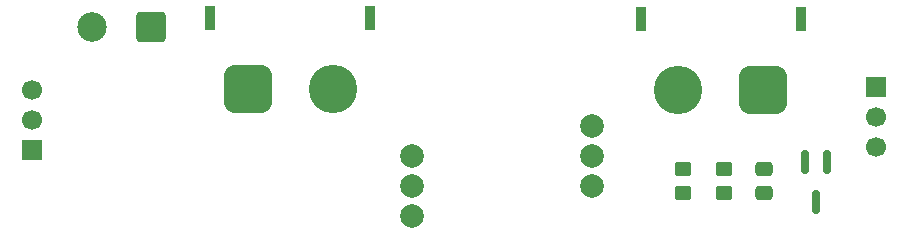
<source format=gbr>
%TF.GenerationSoftware,KiCad,Pcbnew,9.0.5*%
%TF.CreationDate,2025-11-20T18:01:40-05:00*%
%TF.ProjectId,stencilFix,7374656e-6369-46c4-9669-782e6b696361,rev?*%
%TF.SameCoordinates,Original*%
%TF.FileFunction,Soldermask,Top*%
%TF.FilePolarity,Negative*%
%FSLAX46Y46*%
G04 Gerber Fmt 4.6, Leading zero omitted, Abs format (unit mm)*
G04 Created by KiCad (PCBNEW 9.0.5) date 2025-11-20 18:01:40*
%MOMM*%
%LPD*%
G01*
G04 APERTURE LIST*
G04 Aperture macros list*
%AMRoundRect*
0 Rectangle with rounded corners*
0 $1 Rounding radius*
0 $2 $3 $4 $5 $6 $7 $8 $9 X,Y pos of 4 corners*
0 Add a 4 corners polygon primitive as box body*
4,1,4,$2,$3,$4,$5,$6,$7,$8,$9,$2,$3,0*
0 Add four circle primitives for the rounded corners*
1,1,$1+$1,$2,$3*
1,1,$1+$1,$4,$5*
1,1,$1+$1,$6,$7*
1,1,$1+$1,$8,$9*
0 Add four rect primitives between the rounded corners*
20,1,$1+$1,$2,$3,$4,$5,0*
20,1,$1+$1,$4,$5,$6,$7,0*
20,1,$1+$1,$6,$7,$8,$9,0*
20,1,$1+$1,$8,$9,$2,$3,0*%
G04 Aperture macros list end*
%ADD10RoundRect,0.250000X1.000000X1.000000X-1.000000X1.000000X-1.000000X-1.000000X1.000000X-1.000000X0*%
%ADD11C,2.500000*%
%ADD12RoundRect,0.250000X-0.450000X0.350000X-0.450000X-0.350000X0.450000X-0.350000X0.450000X0.350000X0*%
%ADD13RoundRect,0.162500X-0.162500X0.837500X-0.162500X-0.837500X0.162500X-0.837500X0.162500X0.837500X0*%
%ADD14C,2.000000*%
%ADD15RoundRect,0.250000X0.475000X-0.337500X0.475000X0.337500X-0.475000X0.337500X-0.475000X-0.337500X0*%
%ADD16R,1.700000X1.700000*%
%ADD17C,1.700000*%
%ADD18R,0.900000X2.000000*%
%ADD19RoundRect,1.025000X-1.025000X-1.025000X1.025000X-1.025000X1.025000X1.025000X-1.025000X1.025000X0*%
%ADD20C,4.100000*%
%ADD21RoundRect,0.250000X0.450000X-0.350000X0.450000X0.350000X-0.450000X0.350000X-0.450000X-0.350000X0*%
G04 APERTURE END LIST*
D10*
%TO.C,J4*%
X103378000Y-70866000D03*
D11*
X98378000Y-70866000D03*
%TD*%
D12*
%TO.C,R1*%
X148463000Y-82947000D03*
X148463000Y-84947000D03*
%TD*%
D13*
%TO.C,D1*%
X160650000Y-82290000D03*
X158750000Y-82290000D03*
X159700000Y-85710000D03*
%TD*%
D14*
%TO.C,U1*%
X140716000Y-84328000D03*
X140716000Y-81788000D03*
X140716000Y-79248000D03*
X125476000Y-81788000D03*
X125476000Y-84328000D03*
X125476000Y-86868000D03*
%TD*%
D15*
%TO.C,C1*%
X155321000Y-84984500D03*
X155321000Y-82909500D03*
%TD*%
D16*
%TO.C,J2*%
X164779000Y-75946000D03*
D17*
X164779000Y-78486000D03*
X164779000Y-81026000D03*
%TD*%
D18*
%TO.C,J5*%
X144888000Y-70246000D03*
X158388000Y-70246000D03*
D19*
X155238000Y-76246000D03*
D20*
X148038000Y-76246000D03*
%TD*%
D16*
%TO.C,J1*%
X93285000Y-81280000D03*
D17*
X93285000Y-78740000D03*
X93285000Y-76200000D03*
%TD*%
D21*
%TO.C,R2*%
X151892000Y-84947000D03*
X151892000Y-82947000D03*
%TD*%
D18*
%TO.C,J3*%
X108420000Y-70104000D03*
X121920000Y-70104000D03*
D19*
X111570000Y-76104000D03*
D20*
X118770000Y-76104000D03*
%TD*%
M02*

</source>
